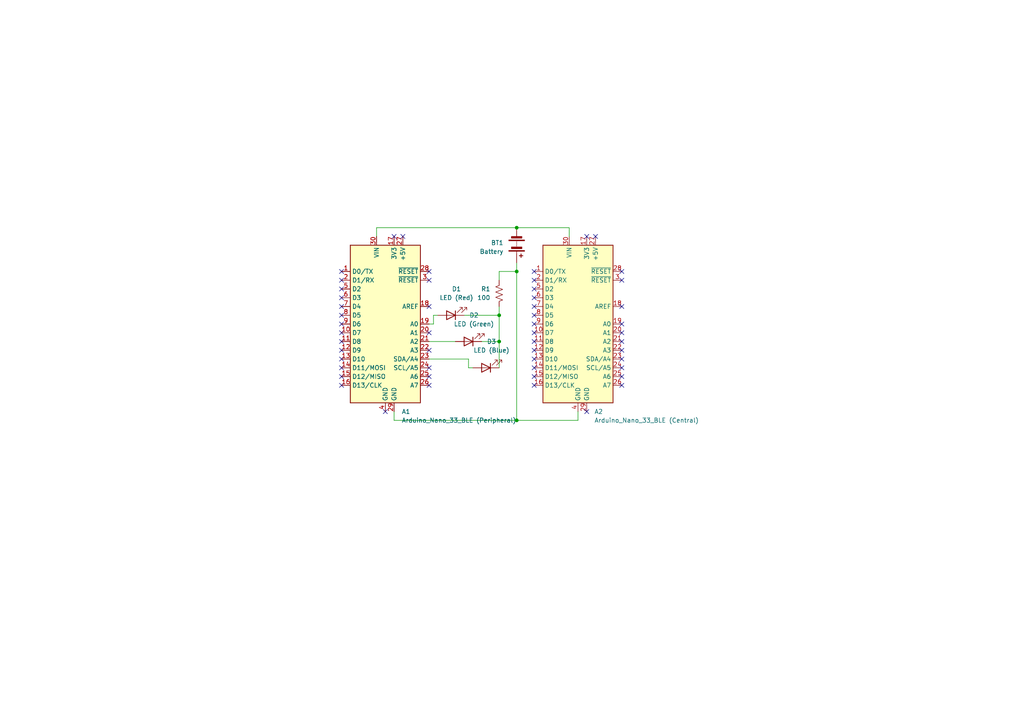
<source format=kicad_sch>
(kicad_sch (version 20231120) (generator "eeschema") (generator_version "8.0")
  (paper "A4")
  (title_block (title "BLE Test Schematic") (date "2025-02-19") (rev "1"))
  (lib_symbols
    (symbol "Device:Battery" (pin_numbers hide) (pin_names (offset 0) hide)
      (property "Reference" "BT" (at 2.54 2.54 0))
      (property "Value" "Battery" (at 2.54 0 0))
      (symbol "Battery_0_1"
        (rectangle (start -2.286 -1.27) (end 2.286 -1.524) (fill (type outline)))
        (rectangle (start -2.286 1.778) (end 2.286 1.524) (fill (type outline)))
        (rectangle (start -1.524 -2.032) (end 1.524 -2.54) (fill (type outline)))
        (rectangle (start -1.524 1.016) (end 1.524 0.508) (fill (type outline)))
        (polyline (pts (xy 0 -1.016) (xy 0 -0.762)))
        (polyline (pts (xy 0 -0.508) (xy 0 -0.254)))
        (polyline (pts (xy 0 0) (xy 0 0.254)))
        (polyline (pts (xy 0 1.778) (xy 0 2.54)))
        (polyline (pts (xy 0.762 3.048) (xy 1.778 3.048)) (stroke (width 0.254)))
        (polyline (pts (xy 1.27 3.556) (xy 1.27 2.54)) (stroke (width 0.254)))
      )
      (symbol "Battery_1_1"
        (pin passive line (at 0 5.08 270) (length 2.54) (name "+") (number "1"))
        (pin passive line (at 0 -5.08 90) (length 2.54) (name "-") (number "2"))
      )
    )
    (symbol "Device:LED" (pin_numbers hide) (pin_names (offset 1.016) hide)
      (property "Reference" "D" (at 0 2.54 0))
      (property "Value" "LED" (at 0 -2.54 0))
      (symbol "LED_0_1"
        (polyline (pts (xy -1.27 -1.27) (xy -1.27 1.27)) (stroke (width 0.254)))
        (polyline (pts (xy -1.27 0) (xy 1.27 0)))
        (polyline (pts (xy 1.27 -1.27) (xy 1.27 1.27) (xy -1.27 0) (xy 1.27 -1.27)) (stroke (width 0.254)))
        (polyline (pts (xy -3.048 -0.762) (xy -4.572 -2.286) (xy -3.81 -2.286) (xy -4.572 -2.286) (xy -4.572 -1.524)))
        (polyline (pts (xy -1.778 -0.762) (xy -3.302 -2.286) (xy -2.54 -2.286) (xy -3.302 -2.286) (xy -3.302 -1.524)))
      )
      (symbol "LED_1_1"
        (pin passive line (at -3.81 0 0) (length 2.54) (name "K") (number "1"))
        (pin passive line (at 3.81 0 180) (length 2.54) (name "A") (number "2"))
      )
    )
    (symbol "Device:R_US" (pin_numbers hide) (pin_names (offset 0))
      (property "Reference" "R" (at 2.54 0 90))
      (property "Value" "R_US" (at -2.54 0 90))
      (symbol "R_US_0_1"
        (polyline (pts (xy 0 -2.286) (xy 0 -2.54)))
        (polyline (pts (xy 0 2.286) (xy 0 2.54)))
        (polyline (pts (xy 0 -0.762) (xy 1.016 -1.143) (xy 0 -1.524) (xy -1.016 -1.905) (xy 0 -2.286)))
        (polyline (pts (xy 0 0.762) (xy 1.016 0.381) (xy 0 0) (xy -1.016 -0.381) (xy 0 -0.762)))
        (polyline (pts (xy 0 2.286) (xy 1.016 1.905) (xy 0 1.524) (xy -1.016 1.143) (xy 0 0.762)))
      )
      (symbol "R_US_1_1"
        (pin passive line (at 0 3.81 270) (length 1.27) (name "~") (number "1"))
        (pin passive line (at 0 -3.81 90) (length 1.27) (name "~") (number "2"))
      )
    )
    (symbol "MCU_Module:Arduino_Nano_33_BLE"
      (property "Reference" "A" (at -10.16 23.495 0))
      (property "Value" "Arduino_Nano_33_BLE" (at 5.08 -24.13 0))
      (symbol "Arduino_Nano_33_BLE_0_1"
        (rectangle (start -10.16 22.86) (end 10.16 -22.86) (stroke (width 0.254)) (fill (type background)))
      )
      (symbol "Arduino_Nano_33_BLE_1_1"
        (pin bidirectional line (at -12.7 15.24 0) (length 2.54) (name "D0/TX") (number "1"))
        (pin bidirectional line (at -12.7 -2.54 0) (length 2.54) (name "D7") (number "10"))
        (pin bidirectional line (at -12.7 -5.08 0) (length 2.54) (name "D8") (number "11"))
        (pin bidirectional line (at -12.7 -7.62 0) (length 2.54) (name "D9") (number "12"))
        (pin bidirectional line (at -12.7 -10.16 0) (length 2.54) (name "D10") (number "13"))
        (pin bidirectional line (at -12.7 -12.7 0) (length 2.54) (name "D11/MOSI") (number "14"))
        (pin bidirectional line (at -12.7 -15.24 0) (length 2.54) (name "D12/MISO") (number "15"))
        (pin bidirectional line (at -12.7 -17.78 0) (length 2.54) (name "D13/CLK") (number "16"))
        (pin power_out line (at 2.54 25.4 270) (length 2.54) (name "3V3") (number "17"))
        (pin input line (at 12.7 5.08 180) (length 2.54) (name "AREF") (number "18"))
        (pin bidirectional line (at 12.7 0 180) (length 2.54) (name "A0") (number "19"))
        (pin bidirectional line (at -12.7 12.7 0) (length 2.54) (name "D1/RX") (number "2"))
        (pin bidirectional line (at 12.7 -2.54 180) (length 2.54) (name "A1") (number "20"))
        (pin bidirectional line (at 12.7 -5.08 180) (length 2.54) (name "A2") (number "21"))
        (pin bidirectional line (at 12.7 -7.62 180) (length 2.54) (name "A3") (number "22"))
        (pin bidirectional line (at 12.7 -10.16 180) (length 2.54) (name "SDA/A4") (number "23"))
        (pin bidirectional line (at 12.7 -12.7 180) (length 2.54) (name "SCL/A5") (number "24"))
        (pin bidirectional line (at 12.7 -15.24 180) (length 2.54) (name "A6") (number "25"))
        (pin bidirectional line (at 12.7 -17.78 180) (length 2.54) (name "A7") (number "26"))
        (pin power_out line (at 5.08 25.4 270) (length 2.54) (name "+5V") (number "27"))
        (pin input line (at 12.7 15.24 180) (length 2.54) (name "~{RESET}") (number "28"))
        (pin power_in line (at 2.54 -25.4 90) (length 2.54) (name "GND") (number "29"))
        (pin input line (at 12.7 12.7 180) (length 2.54) (name "~{RESET}") (number "3"))
        (pin power_in line (at -2.54 25.4 270) (length 2.54) (name "VIN") (number "30"))
        (pin power_in line (at 0 -25.4 90) (length 2.54) (name "GND") (number "4"))
        (pin bidirectional line (at -12.7 10.16 0) (length 2.54) (name "D2") (number "5"))
        (pin bidirectional line (at -12.7 7.62 0) (length 2.54) (name "D3") (number "6"))
        (pin bidirectional line (at -12.7 5.08 0) (length 2.54) (name "D4") (number "7"))
        (pin bidirectional line (at -12.7 2.54 0) (length 2.54) (name "D5") (number "8"))
        (pin bidirectional line (at -12.7 0 0) (length 2.54) (name "D6") (number "9"))
      )
    )
  )
  (junction (at 149.86 78.74))
  (junction (at 144.78 99.06))
  (junction (at 149.86 121.92))
  (junction (at 144.78 91.44))
  (junction (at 149.86 66.04))
  (no_connect (at 124.46 109.22))
  (no_connect (at 111.76 119.38))
  (no_connect (at 180.34 93.98))
  (no_connect (at 99.06 86.36))
  (no_connect (at 124.46 78.74))
  (no_connect (at 124.46 106.68))
  (no_connect (at 180.34 101.6))
  (no_connect (at 124.46 111.76))
  (no_connect (at 154.94 106.68))
  (no_connect (at 180.34 96.52))
  (no_connect (at 116.84 68.58))
  (no_connect (at 172.72 68.58))
  (no_connect (at 99.06 111.76))
  (no_connect (at 99.06 106.68))
  (no_connect (at 99.06 78.74))
  (no_connect (at 180.34 99.06))
  (no_connect (at 170.18 68.58))
  (no_connect (at 99.06 96.52))
  (no_connect (at 99.06 88.9))
  (no_connect (at 180.34 104.14))
  (no_connect (at 154.94 109.22))
  (no_connect (at 154.94 91.44))
  (no_connect (at 154.94 99.06))
  (no_connect (at 114.3 68.58))
  (no_connect (at 154.94 78.74))
  (no_connect (at 124.46 101.6))
  (no_connect (at 154.94 111.76))
  (no_connect (at 124.46 88.9))
  (no_connect (at 99.06 91.44))
  (no_connect (at 99.06 109.22))
  (no_connect (at 180.34 106.68))
  (no_connect (at 154.94 101.6))
  (no_connect (at 124.46 81.28))
  (no_connect (at 99.06 93.98))
  (no_connect (at 99.06 101.6))
  (no_connect (at 180.34 88.9))
  (no_connect (at 170.18 119.38))
  (no_connect (at 154.94 104.14))
  (no_connect (at 154.94 93.98))
  (no_connect (at 180.34 111.76))
  (no_connect (at 180.34 109.22))
  (no_connect (at 124.46 96.52))
  (no_connect (at 99.06 104.14))
  (no_connect (at 99.06 81.28))
  (no_connect (at 154.94 86.36))
  (no_connect (at 154.94 81.28))
  (no_connect (at 154.94 88.9))
  (no_connect (at 180.34 78.74))
  (no_connect (at 154.94 83.82))
  (no_connect (at 99.06 99.06))
  (no_connect (at 180.34 81.28))
  (no_connect (at 154.94 96.52))
  (no_connect (at 99.06 83.82))
  (wire (pts (xy 135.89 104.14) (xy 124.46 104.14)))
  (wire (pts (xy 114.3 121.92) (xy 149.86 121.92)))
  (wire (pts (xy 139.7 99.06) (xy 144.78 99.06)))
  (wire (pts (xy 114.3 121.92) (xy 114.3 119.38)))
  (wire (pts (xy 144.78 78.74) (xy 149.86 78.74)))
  (wire (pts (xy 125.73 93.98) (xy 124.46 93.98)))
  (wire (pts (xy 125.73 91.44) (xy 127 91.44)))
  (wire (pts (xy 134.62 91.44) (xy 144.78 91.44)))
  (wire (pts (xy 149.86 66.04) (xy 165.1 66.04)))
  (wire (pts (xy 144.78 91.44) (xy 144.78 88.9)))
  (wire (pts (xy 149.86 76.2) (xy 149.86 78.74)))
  (wire (pts (xy 149.86 78.74) (xy 149.86 121.92)))
  (wire (pts (xy 109.22 66.04) (xy 149.86 66.04)))
  (wire (pts (xy 135.89 106.68) (xy 137.16 106.68)))
  (wire (pts (xy 165.1 66.04) (xy 165.1 68.58)))
  (wire (pts (xy 167.64 121.92) (xy 149.86 121.92)))
  (wire (pts (xy 144.78 91.44) (xy 144.78 99.06)))
  (wire (pts (xy 125.73 91.44) (xy 125.73 93.98)))
  (wire (pts (xy 109.22 68.58) (xy 109.22 66.04)))
  (wire (pts (xy 135.89 106.68) (xy 135.89 104.14)))
  (wire (pts (xy 124.46 99.06) (xy 132.08 99.06)))
  (wire (pts (xy 144.78 81.28) (xy 144.78 78.74)))
  (wire (pts (xy 167.64 119.38) (xy 167.64 121.92)))
  (wire (pts (xy 144.78 99.06) (xy 144.78 106.68)))
  (symbol (lib_id "MCU_Module:Arduino_Nano_33_BLE") (at 111.76 93.98 0) (unit 1)
    (property "Reference" "A1" (at 116.4941 119.38 0) (effects (justify left)))
    (property "Value" "Arduino_Nano_33_BLE (Peripheral)" (at 116.4941 121.92 0) (effects (justify left)))
    (property "Footprint" "Module:Arduino_Nano" (effects (hide yes)))
    (property "Datasheet" "https://www.arduino.cc/en/uploads/Main/ArduinoNanoManual23.pdf" (effects (hide yes)))
    (property "Description" "Arduino Nano v2.x" (effects (hide yes)))
  )
  (symbol (lib_id "Device:R_US") (at 144.78 85.09 0) (mirror y) (unit 1)
    (property "Reference" "R1" (at 142.24 83.8199 0) (effects (justify left)))
    (property "Value" "100" (at 142.24 86.3599 0) (effects (justify left)))
    (property "Description" "Resistor, US symbol" (effects (hide yes)))
  )
  (symbol (lib_id "Device:LED") (at 130.81 91.44 180) (unit 1)
    (property "Reference" "D1" (at 132.3975 83.82 0))
    (property "Value" "LED (Red)" (at 132.3975 86.36 0))
    (property "Description" "Light emitting diode" (effects (hide yes)))
  )
  (symbol (lib_id "Device:Battery") (at 149.86 71.12 0) (mirror x) (unit 1)
    (property "Reference" "BT1" (at 146.05 70.4214 0) (effects (justify right)))
    (property "Value" "Battery" (at 146.05 72.9614 0) (effects (justify right)))
    (property "Description" "Multiple-cell battery" (effects (hide yes)))
  )
  (symbol (lib_id "MCU_Module:Arduino_Nano_33_BLE") (at 167.64 93.98 0) (unit 1)
    (property "Reference" "A2" (at 172.3741 119.38 0) (effects (justify left)))
    (property "Value" "Arduino_Nano_33_BLE (Central)" (at 172.3741 121.92 0) (effects (justify left)))
    (property "Footprint" "Module:Arduino_Nano" (effects (hide yes)))
    (property "Datasheet" "https://www.arduino.cc/en/uploads/Main/ArduinoNanoManual23.pdf" (effects (hide yes)))
    (property "Description" "Arduino Nano v2.x" (effects (hide yes)))
  )
  (symbol (lib_id "Device:LED") (at 140.97 106.68 180) (unit 1)
    (property "Reference" "D3" (at 142.5575 99.06 0))
    (property "Value" "LED (Blue)" (at 142.5575 101.6 0))
    (property "Description" "Light emitting diode" (effects (hide yes)))
  )
  (symbol (lib_id "Device:LED") (at 135.89 99.06 180) (unit 1)
    (property "Reference" "D2" (at 137.4775 91.44 0))
    (property "Value" "LED (Green)" (at 137.4775 93.98 0))
    (property "Description" "Light emitting diode" (effects (hide yes)))
  )
)
</source>
